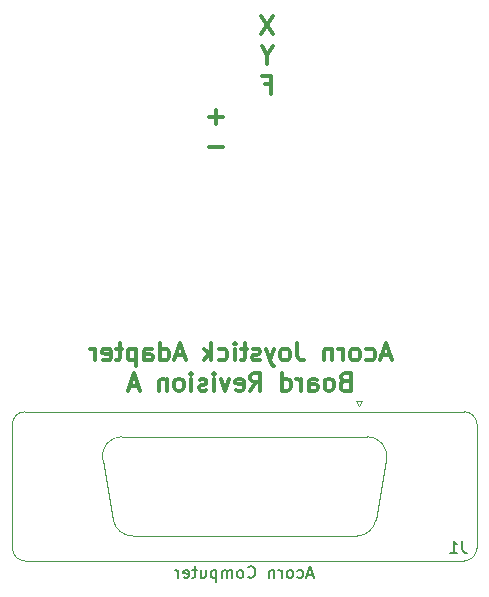
<source format=gbo>
G04 #@! TF.FileFunction,Legend,Bot*
%FSLAX46Y46*%
G04 Gerber Fmt 4.6, Leading zero omitted, Abs format (unit mm)*
G04 Created by KiCad (PCBNEW 4.0.7) date 09/30/18 18:55:51*
%MOMM*%
%LPD*%
G01*
G04 APERTURE LIST*
%ADD10C,0.100000*%
%ADD11C,0.300000*%
%ADD12C,0.120000*%
%ADD13C,0.150000*%
G04 APERTURE END LIST*
D10*
D11*
X124864857Y-100691143D02*
X123722000Y-100691143D01*
X124293429Y-101262571D02*
X124293429Y-100119714D01*
X124864857Y-103231143D02*
X123722000Y-103231143D01*
X128428857Y-97936857D02*
X128928857Y-97936857D01*
X128928857Y-98722571D02*
X128928857Y-97222571D01*
X128214571Y-97222571D01*
X128643143Y-95468286D02*
X128643143Y-96182571D01*
X129143143Y-94682571D02*
X128643143Y-95468286D01*
X128143143Y-94682571D01*
X129071714Y-92142571D02*
X128071714Y-93642571D01*
X128071714Y-92142571D02*
X129071714Y-93642571D01*
X139007857Y-120895000D02*
X138293571Y-120895000D01*
X139150714Y-121323571D02*
X138650714Y-119823571D01*
X138150714Y-121323571D01*
X137007857Y-121252143D02*
X137150714Y-121323571D01*
X137436428Y-121323571D01*
X137579286Y-121252143D01*
X137650714Y-121180714D01*
X137722143Y-121037857D01*
X137722143Y-120609286D01*
X137650714Y-120466429D01*
X137579286Y-120395000D01*
X137436428Y-120323571D01*
X137150714Y-120323571D01*
X137007857Y-120395000D01*
X136150714Y-121323571D02*
X136293572Y-121252143D01*
X136365000Y-121180714D01*
X136436429Y-121037857D01*
X136436429Y-120609286D01*
X136365000Y-120466429D01*
X136293572Y-120395000D01*
X136150714Y-120323571D01*
X135936429Y-120323571D01*
X135793572Y-120395000D01*
X135722143Y-120466429D01*
X135650714Y-120609286D01*
X135650714Y-121037857D01*
X135722143Y-121180714D01*
X135793572Y-121252143D01*
X135936429Y-121323571D01*
X136150714Y-121323571D01*
X135007857Y-121323571D02*
X135007857Y-120323571D01*
X135007857Y-120609286D02*
X134936429Y-120466429D01*
X134865000Y-120395000D01*
X134722143Y-120323571D01*
X134579286Y-120323571D01*
X134079286Y-120323571D02*
X134079286Y-121323571D01*
X134079286Y-120466429D02*
X134007858Y-120395000D01*
X133865000Y-120323571D01*
X133650715Y-120323571D01*
X133507858Y-120395000D01*
X133436429Y-120537857D01*
X133436429Y-121323571D01*
X131150715Y-119823571D02*
X131150715Y-120895000D01*
X131222143Y-121109286D01*
X131365000Y-121252143D01*
X131579286Y-121323571D01*
X131722143Y-121323571D01*
X130222143Y-121323571D02*
X130365001Y-121252143D01*
X130436429Y-121180714D01*
X130507858Y-121037857D01*
X130507858Y-120609286D01*
X130436429Y-120466429D01*
X130365001Y-120395000D01*
X130222143Y-120323571D01*
X130007858Y-120323571D01*
X129865001Y-120395000D01*
X129793572Y-120466429D01*
X129722143Y-120609286D01*
X129722143Y-121037857D01*
X129793572Y-121180714D01*
X129865001Y-121252143D01*
X130007858Y-121323571D01*
X130222143Y-121323571D01*
X129222143Y-120323571D02*
X128865000Y-121323571D01*
X128507858Y-120323571D02*
X128865000Y-121323571D01*
X129007858Y-121680714D01*
X129079286Y-121752143D01*
X129222143Y-121823571D01*
X128007858Y-121252143D02*
X127865001Y-121323571D01*
X127579286Y-121323571D01*
X127436429Y-121252143D01*
X127365001Y-121109286D01*
X127365001Y-121037857D01*
X127436429Y-120895000D01*
X127579286Y-120823571D01*
X127793572Y-120823571D01*
X127936429Y-120752143D01*
X128007858Y-120609286D01*
X128007858Y-120537857D01*
X127936429Y-120395000D01*
X127793572Y-120323571D01*
X127579286Y-120323571D01*
X127436429Y-120395000D01*
X126936429Y-120323571D02*
X126365000Y-120323571D01*
X126722143Y-119823571D02*
X126722143Y-121109286D01*
X126650715Y-121252143D01*
X126507857Y-121323571D01*
X126365000Y-121323571D01*
X125865000Y-121323571D02*
X125865000Y-120323571D01*
X125865000Y-119823571D02*
X125936429Y-119895000D01*
X125865000Y-119966429D01*
X125793572Y-119895000D01*
X125865000Y-119823571D01*
X125865000Y-119966429D01*
X124507857Y-121252143D02*
X124650714Y-121323571D01*
X124936428Y-121323571D01*
X125079286Y-121252143D01*
X125150714Y-121180714D01*
X125222143Y-121037857D01*
X125222143Y-120609286D01*
X125150714Y-120466429D01*
X125079286Y-120395000D01*
X124936428Y-120323571D01*
X124650714Y-120323571D01*
X124507857Y-120395000D01*
X123865000Y-121323571D02*
X123865000Y-119823571D01*
X123722143Y-120752143D02*
X123293572Y-121323571D01*
X123293572Y-120323571D02*
X123865000Y-120895000D01*
X121579286Y-120895000D02*
X120865000Y-120895000D01*
X121722143Y-121323571D02*
X121222143Y-119823571D01*
X120722143Y-121323571D01*
X119579286Y-121323571D02*
X119579286Y-119823571D01*
X119579286Y-121252143D02*
X119722143Y-121323571D01*
X120007857Y-121323571D01*
X120150715Y-121252143D01*
X120222143Y-121180714D01*
X120293572Y-121037857D01*
X120293572Y-120609286D01*
X120222143Y-120466429D01*
X120150715Y-120395000D01*
X120007857Y-120323571D01*
X119722143Y-120323571D01*
X119579286Y-120395000D01*
X118222143Y-121323571D02*
X118222143Y-120537857D01*
X118293572Y-120395000D01*
X118436429Y-120323571D01*
X118722143Y-120323571D01*
X118865000Y-120395000D01*
X118222143Y-121252143D02*
X118365000Y-121323571D01*
X118722143Y-121323571D01*
X118865000Y-121252143D01*
X118936429Y-121109286D01*
X118936429Y-120966429D01*
X118865000Y-120823571D01*
X118722143Y-120752143D01*
X118365000Y-120752143D01*
X118222143Y-120680714D01*
X117507857Y-120323571D02*
X117507857Y-121823571D01*
X117507857Y-120395000D02*
X117365000Y-120323571D01*
X117079286Y-120323571D01*
X116936429Y-120395000D01*
X116865000Y-120466429D01*
X116793571Y-120609286D01*
X116793571Y-121037857D01*
X116865000Y-121180714D01*
X116936429Y-121252143D01*
X117079286Y-121323571D01*
X117365000Y-121323571D01*
X117507857Y-121252143D01*
X116365000Y-120323571D02*
X115793571Y-120323571D01*
X116150714Y-119823571D02*
X116150714Y-121109286D01*
X116079286Y-121252143D01*
X115936428Y-121323571D01*
X115793571Y-121323571D01*
X114722143Y-121252143D02*
X114865000Y-121323571D01*
X115150714Y-121323571D01*
X115293571Y-121252143D01*
X115365000Y-121109286D01*
X115365000Y-120537857D01*
X115293571Y-120395000D01*
X115150714Y-120323571D01*
X114865000Y-120323571D01*
X114722143Y-120395000D01*
X114650714Y-120537857D01*
X114650714Y-120680714D01*
X115365000Y-120823571D01*
X114007857Y-121323571D02*
X114007857Y-120323571D01*
X114007857Y-120609286D02*
X113936429Y-120466429D01*
X113865000Y-120395000D01*
X113722143Y-120323571D01*
X113579286Y-120323571D01*
X135186428Y-123087857D02*
X134972142Y-123159286D01*
X134900714Y-123230714D01*
X134829285Y-123373571D01*
X134829285Y-123587857D01*
X134900714Y-123730714D01*
X134972142Y-123802143D01*
X135115000Y-123873571D01*
X135686428Y-123873571D01*
X135686428Y-122373571D01*
X135186428Y-122373571D01*
X135043571Y-122445000D01*
X134972142Y-122516429D01*
X134900714Y-122659286D01*
X134900714Y-122802143D01*
X134972142Y-122945000D01*
X135043571Y-123016429D01*
X135186428Y-123087857D01*
X135686428Y-123087857D01*
X133972142Y-123873571D02*
X134115000Y-123802143D01*
X134186428Y-123730714D01*
X134257857Y-123587857D01*
X134257857Y-123159286D01*
X134186428Y-123016429D01*
X134115000Y-122945000D01*
X133972142Y-122873571D01*
X133757857Y-122873571D01*
X133615000Y-122945000D01*
X133543571Y-123016429D01*
X133472142Y-123159286D01*
X133472142Y-123587857D01*
X133543571Y-123730714D01*
X133615000Y-123802143D01*
X133757857Y-123873571D01*
X133972142Y-123873571D01*
X132186428Y-123873571D02*
X132186428Y-123087857D01*
X132257857Y-122945000D01*
X132400714Y-122873571D01*
X132686428Y-122873571D01*
X132829285Y-122945000D01*
X132186428Y-123802143D02*
X132329285Y-123873571D01*
X132686428Y-123873571D01*
X132829285Y-123802143D01*
X132900714Y-123659286D01*
X132900714Y-123516429D01*
X132829285Y-123373571D01*
X132686428Y-123302143D01*
X132329285Y-123302143D01*
X132186428Y-123230714D01*
X131472142Y-123873571D02*
X131472142Y-122873571D01*
X131472142Y-123159286D02*
X131400714Y-123016429D01*
X131329285Y-122945000D01*
X131186428Y-122873571D01*
X131043571Y-122873571D01*
X129900714Y-123873571D02*
X129900714Y-122373571D01*
X129900714Y-123802143D02*
X130043571Y-123873571D01*
X130329285Y-123873571D01*
X130472143Y-123802143D01*
X130543571Y-123730714D01*
X130615000Y-123587857D01*
X130615000Y-123159286D01*
X130543571Y-123016429D01*
X130472143Y-122945000D01*
X130329285Y-122873571D01*
X130043571Y-122873571D01*
X129900714Y-122945000D01*
X127186428Y-123873571D02*
X127686428Y-123159286D01*
X128043571Y-123873571D02*
X128043571Y-122373571D01*
X127472143Y-122373571D01*
X127329285Y-122445000D01*
X127257857Y-122516429D01*
X127186428Y-122659286D01*
X127186428Y-122873571D01*
X127257857Y-123016429D01*
X127329285Y-123087857D01*
X127472143Y-123159286D01*
X128043571Y-123159286D01*
X125972143Y-123802143D02*
X126115000Y-123873571D01*
X126400714Y-123873571D01*
X126543571Y-123802143D01*
X126615000Y-123659286D01*
X126615000Y-123087857D01*
X126543571Y-122945000D01*
X126400714Y-122873571D01*
X126115000Y-122873571D01*
X125972143Y-122945000D01*
X125900714Y-123087857D01*
X125900714Y-123230714D01*
X126615000Y-123373571D01*
X125400714Y-122873571D02*
X125043571Y-123873571D01*
X124686429Y-122873571D01*
X124115000Y-123873571D02*
X124115000Y-122873571D01*
X124115000Y-122373571D02*
X124186429Y-122445000D01*
X124115000Y-122516429D01*
X124043572Y-122445000D01*
X124115000Y-122373571D01*
X124115000Y-122516429D01*
X123472143Y-123802143D02*
X123329286Y-123873571D01*
X123043571Y-123873571D01*
X122900714Y-123802143D01*
X122829286Y-123659286D01*
X122829286Y-123587857D01*
X122900714Y-123445000D01*
X123043571Y-123373571D01*
X123257857Y-123373571D01*
X123400714Y-123302143D01*
X123472143Y-123159286D01*
X123472143Y-123087857D01*
X123400714Y-122945000D01*
X123257857Y-122873571D01*
X123043571Y-122873571D01*
X122900714Y-122945000D01*
X122186428Y-123873571D02*
X122186428Y-122873571D01*
X122186428Y-122373571D02*
X122257857Y-122445000D01*
X122186428Y-122516429D01*
X122115000Y-122445000D01*
X122186428Y-122373571D01*
X122186428Y-122516429D01*
X121257856Y-123873571D02*
X121400714Y-123802143D01*
X121472142Y-123730714D01*
X121543571Y-123587857D01*
X121543571Y-123159286D01*
X121472142Y-123016429D01*
X121400714Y-122945000D01*
X121257856Y-122873571D01*
X121043571Y-122873571D01*
X120900714Y-122945000D01*
X120829285Y-123016429D01*
X120757856Y-123159286D01*
X120757856Y-123587857D01*
X120829285Y-123730714D01*
X120900714Y-123802143D01*
X121043571Y-123873571D01*
X121257856Y-123873571D01*
X120114999Y-122873571D02*
X120114999Y-123873571D01*
X120114999Y-123016429D02*
X120043571Y-122945000D01*
X119900713Y-122873571D01*
X119686428Y-122873571D01*
X119543571Y-122945000D01*
X119472142Y-123087857D01*
X119472142Y-123873571D01*
X117686428Y-123445000D02*
X116972142Y-123445000D01*
X117829285Y-123873571D02*
X117329285Y-122373571D01*
X116829285Y-123873571D01*
D12*
X145303000Y-125666000D02*
G75*
G02X146363000Y-126726000I0J-1060000D01*
G01*
X107043000Y-126726000D02*
G75*
G02X108103000Y-125666000I1060000J0D01*
G01*
X145303000Y-138286000D02*
G75*
G03X146363000Y-137226000I0J1060000D01*
G01*
X108103000Y-138286000D02*
G75*
G02X107043000Y-137226000I0J1060000D01*
G01*
X138719470Y-129714256D02*
G75*
G03X137084689Y-127766000I-1634781J288256D01*
G01*
X114686530Y-129714256D02*
G75*
G02X116321311Y-127766000I1634781J288256D01*
G01*
X137820202Y-134814256D02*
G75*
G02X136185421Y-136186000I-1634781J288256D01*
G01*
X115585798Y-134814256D02*
G75*
G03X117220579Y-136186000I1634781J288256D01*
G01*
X145303000Y-125666000D02*
X108103000Y-125666000D01*
X107043000Y-126726000D02*
X107043000Y-137226000D01*
X108103000Y-138286000D02*
X145303000Y-138286000D01*
X146363000Y-137226000D02*
X146363000Y-126726000D01*
X136648000Y-124771662D02*
X136148000Y-124771662D01*
X136148000Y-124771662D02*
X136398000Y-125204675D01*
X136398000Y-125204675D02*
X136648000Y-124771662D01*
X137084689Y-127766000D02*
X116321311Y-127766000D01*
X136185421Y-136186000D02*
X117220579Y-136186000D01*
X114686530Y-129714256D02*
X115585798Y-134814256D01*
X138719470Y-129714256D02*
X137820202Y-134814256D01*
D13*
X145113333Y-136612381D02*
X145113333Y-137326667D01*
X145160953Y-137469524D01*
X145256191Y-137564762D01*
X145399048Y-137612381D01*
X145494286Y-137612381D01*
X144113333Y-137612381D02*
X144684762Y-137612381D01*
X144399048Y-137612381D02*
X144399048Y-136612381D01*
X144494286Y-136755238D01*
X144589524Y-136850476D01*
X144684762Y-136898095D01*
X132512525Y-139452667D02*
X132036334Y-139452667D01*
X132607763Y-139738381D02*
X132274430Y-138738381D01*
X131941096Y-139738381D01*
X131179191Y-139690762D02*
X131274429Y-139738381D01*
X131464906Y-139738381D01*
X131560144Y-139690762D01*
X131607763Y-139643143D01*
X131655382Y-139547905D01*
X131655382Y-139262190D01*
X131607763Y-139166952D01*
X131560144Y-139119333D01*
X131464906Y-139071714D01*
X131274429Y-139071714D01*
X131179191Y-139119333D01*
X130607763Y-139738381D02*
X130703001Y-139690762D01*
X130750620Y-139643143D01*
X130798239Y-139547905D01*
X130798239Y-139262190D01*
X130750620Y-139166952D01*
X130703001Y-139119333D01*
X130607763Y-139071714D01*
X130464905Y-139071714D01*
X130369667Y-139119333D01*
X130322048Y-139166952D01*
X130274429Y-139262190D01*
X130274429Y-139547905D01*
X130322048Y-139643143D01*
X130369667Y-139690762D01*
X130464905Y-139738381D01*
X130607763Y-139738381D01*
X129845858Y-139738381D02*
X129845858Y-139071714D01*
X129845858Y-139262190D02*
X129798239Y-139166952D01*
X129750620Y-139119333D01*
X129655382Y-139071714D01*
X129560143Y-139071714D01*
X129226810Y-139071714D02*
X129226810Y-139738381D01*
X129226810Y-139166952D02*
X129179191Y-139119333D01*
X129083953Y-139071714D01*
X128941095Y-139071714D01*
X128845857Y-139119333D01*
X128798238Y-139214571D01*
X128798238Y-139738381D01*
X126988714Y-139643143D02*
X127036333Y-139690762D01*
X127179190Y-139738381D01*
X127274428Y-139738381D01*
X127417286Y-139690762D01*
X127512524Y-139595524D01*
X127560143Y-139500286D01*
X127607762Y-139309810D01*
X127607762Y-139166952D01*
X127560143Y-138976476D01*
X127512524Y-138881238D01*
X127417286Y-138786000D01*
X127274428Y-138738381D01*
X127179190Y-138738381D01*
X127036333Y-138786000D01*
X126988714Y-138833619D01*
X126417286Y-139738381D02*
X126512524Y-139690762D01*
X126560143Y-139643143D01*
X126607762Y-139547905D01*
X126607762Y-139262190D01*
X126560143Y-139166952D01*
X126512524Y-139119333D01*
X126417286Y-139071714D01*
X126274428Y-139071714D01*
X126179190Y-139119333D01*
X126131571Y-139166952D01*
X126083952Y-139262190D01*
X126083952Y-139547905D01*
X126131571Y-139643143D01*
X126179190Y-139690762D01*
X126274428Y-139738381D01*
X126417286Y-139738381D01*
X125655381Y-139738381D02*
X125655381Y-139071714D01*
X125655381Y-139166952D02*
X125607762Y-139119333D01*
X125512524Y-139071714D01*
X125369666Y-139071714D01*
X125274428Y-139119333D01*
X125226809Y-139214571D01*
X125226809Y-139738381D01*
X125226809Y-139214571D02*
X125179190Y-139119333D01*
X125083952Y-139071714D01*
X124941095Y-139071714D01*
X124845857Y-139119333D01*
X124798238Y-139214571D01*
X124798238Y-139738381D01*
X124322048Y-139071714D02*
X124322048Y-140071714D01*
X124322048Y-139119333D02*
X124226810Y-139071714D01*
X124036333Y-139071714D01*
X123941095Y-139119333D01*
X123893476Y-139166952D01*
X123845857Y-139262190D01*
X123845857Y-139547905D01*
X123893476Y-139643143D01*
X123941095Y-139690762D01*
X124036333Y-139738381D01*
X124226810Y-139738381D01*
X124322048Y-139690762D01*
X122988714Y-139071714D02*
X122988714Y-139738381D01*
X123417286Y-139071714D02*
X123417286Y-139595524D01*
X123369667Y-139690762D01*
X123274429Y-139738381D01*
X123131571Y-139738381D01*
X123036333Y-139690762D01*
X122988714Y-139643143D01*
X122655381Y-139071714D02*
X122274429Y-139071714D01*
X122512524Y-138738381D02*
X122512524Y-139595524D01*
X122464905Y-139690762D01*
X122369667Y-139738381D01*
X122274429Y-139738381D01*
X121560142Y-139690762D02*
X121655380Y-139738381D01*
X121845857Y-139738381D01*
X121941095Y-139690762D01*
X121988714Y-139595524D01*
X121988714Y-139214571D01*
X121941095Y-139119333D01*
X121845857Y-139071714D01*
X121655380Y-139071714D01*
X121560142Y-139119333D01*
X121512523Y-139214571D01*
X121512523Y-139309810D01*
X121988714Y-139405048D01*
X121083952Y-139738381D02*
X121083952Y-139071714D01*
X121083952Y-139262190D02*
X121036333Y-139166952D01*
X120988714Y-139119333D01*
X120893476Y-139071714D01*
X120798237Y-139071714D01*
M02*

</source>
